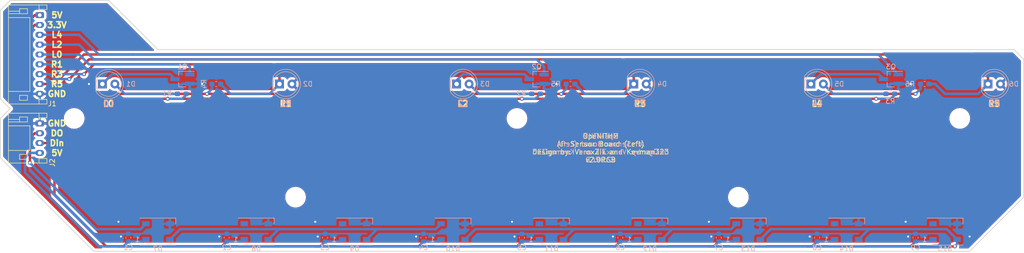
<source format=kicad_pcb>
(kicad_pcb (version 20171130) (host pcbnew "(5.1.7)-1")
  (layers (0 F.Cu signal) (31 B.Cu signal) (34 B.Paste user) (35 F.Paste user) (36 B.SilkS user) (37 F.SilkS user) (38 B.Mask user) (39 F.Mask user) (44 Edge.Cuts user))
  (net 0 "")
  (net 1 GND)
  (net 2 +3V3)
  (net 3 +5V)
  (net 4 Din)
  (net 5 "Net-(D8-Pad2)")
  (net 6 "Net-(D10-Pad4)")
  (net 7 "Net-(D10-Pad2)")
  (net 8 "Net-(D11-Pad2)")
  (net 9 "Net-(D12-Pad2)")
  (net 10 "Net-(D14-Pad2)")
  (net 11 DO)
  (net 12 RGB+5V)
  (net 13 "Net-(D9-Pad2)")
  (net 14 "Net-(D15-Pad2)")
  (net 15 "Net-(D1-Pad1)")
  (net 16 "Net-(D1-Pad2)")
  (net 17 R1)
  (net 18 "Net-(D3-Pad1)")
  (net 19 "Net-(D3-Pad2)")
  (net 20 R3)
  (net 21 "Net-(D5-Pad1)")
  (net 22 "Net-(D5-Pad2)")
  (net 23 R5)
  (net 24 L0)
  (net 25 L2)
  (net 26 L4)
  (module LED_SMD:LED_WS2812B_PLCC4_5.0x5.0mm_P3.2mm (layer B.Cu) (at 220 135)
    (fp_text reference D14 (at 0 3.5) (layer B.SilkS) (effects (justify mirror)))
    (fp_text value WS2812B)
    (fp_line (start 3.65 -2.75) (end 3.65 -1.6) (layer B.SilkS) (width 0.12))
    (fp_line (start -3.65 -2.75) (end 3.65 -2.75) (layer B.SilkS) (width 0.12))
    (fp_line (start -3.65 2.75) (end 3.65 2.75) (layer B.SilkS) (width 0.12))
    (fp_text user 1 (at -4.15 1.6) (layer B.SilkS) (effects (justify mirror)))
    (pad 3 smd rect (at 2.45 -1.6) (size 1.5 1) (layers B.Cu B.Paste B.Mask) (net 1 GND))
    (pad 4 smd rect (at 2.45 1.6) (size 1.5 1) (layers B.Cu B.Paste B.Mask) (net 4 Din))
    (pad 2 smd rect (at -2.45 -1.6) (size 1.5 1) (layers B.Cu B.Paste B.Mask) (net 10 "Net-(D14-Pad2)"))
    (pad 1 smd rect (at -2.45 1.6) (size 1.5 1) (layers B.Cu B.Paste B.Mask) (net 12 RGB+5V))
  )
  (module Connector_JST:JST_PH_S4B-PH-K_1x04_P2.00mm_Horizontal (layer F.Cu) (at 56 113 270)
    (fp_text reference J2 (at 8 -2.55 270) (layer F.SilkS))
    (fp_text value Conn_01x04)
    (fp_line (start -0.86 0.14) (end -1.14 0.14) (layer F.SilkS) (width 0.12))
    (fp_line (start -1.14 0.14) (end -1.14 -1.46) (layer F.SilkS) (width 0.12))
    (fp_line (start -1.14 -1.46) (end -2.06 -1.46) (layer F.SilkS) (width 0.12))
    (fp_line (start -2.06 -1.46) (end -2.06 6.36) (layer F.SilkS) (width 0.12))
    (fp_line (start -2.06 6.36) (end 8.06 6.36) (layer F.SilkS) (width 0.12))
    (fp_line (start 8.06 6.36) (end 8.06 -1.46) (layer F.SilkS) (width 0.12))
    (fp_line (start 8.06 -1.46) (end 7.14 -1.46) (layer F.SilkS) (width 0.12))
    (fp_line (start 7.14 -1.46) (end 7.14 0.14) (layer F.SilkS) (width 0.12))
    (fp_line (start 7.14 0.14) (end 6.86 0.14) (layer F.SilkS) (width 0.12))
    (fp_line (start 0.5 6.36) (end 0.5 2) (layer F.SilkS) (width 0.12))
    (fp_line (start 0.5 2) (end 5.5 2) (layer F.SilkS) (width 0.12))
    (fp_line (start 5.5 2) (end 5.5 6.36) (layer F.SilkS) (width 0.12))
    (fp_line (start -2.06 0.14) (end -1.14 0.14) (layer F.SilkS) (width 0.12))
    (fp_line (start 8.06 0.14) (end 7.14 0.14) (layer F.SilkS) (width 0.12))
    (fp_line (start -1.3 2.5) (end -1.3 4.1) (layer F.SilkS) (width 0.12))
    (fp_line (start -1.3 4.1) (end -0.3 4.1) (layer F.SilkS) (width 0.12))
    (fp_line (start -0.3 4.1) (end -0.3 2.5) (layer F.SilkS) (width 0.12))
    (fp_line (start -0.3 2.5) (end -1.3 2.5) (layer F.SilkS) (width 0.12))
    (fp_line (start 7.3 2.5) (end 7.3 4.1) (layer F.SilkS) (width 0.12))
    (fp_line (start 7.3 4.1) (end 6.3 4.1) (layer F.SilkS) (width 0.12))
    (fp_line (start 6.3 4.1) (end 6.3 2.5) (layer F.SilkS) (width 0.12))
    (fp_line (start 6.3 2.5) (end 7.3 2.5) (layer F.SilkS) (width 0.12))
    (fp_line (start -0.3 4.1) (end -0.3 6.36) (layer F.SilkS) (width 0.12))
    (fp_line (start -0.8 4.1) (end -0.8 6.36) (layer F.SilkS) (width 0.12))
    (fp_line (start -0.86 0.14) (end -0.86 -1.075) (layer F.SilkS) (width 0.12))
    (pad 4 thru_hole oval (at 6 0 270) (size 1.2 1.75) (drill 0.75) (layers *.Cu *.Mask) (net 12 RGB+5V))
    (pad 3 thru_hole oval (at 4 0 270) (size 1.2 1.75) (drill 0.75) (layers *.Cu *.Mask) (net 4 Din))
    (pad 2 thru_hole oval (at 2 0 270) (size 1.2 1.75) (drill 0.75) (layers *.Cu *.Mask) (net 11 DO))
    (pad 1 thru_hole roundrect (at 0 0 270) (size 1.2 1.75) (drill 0.75) (layers *.Cu *.Mask) (roundrect_rratio 0.208333) (net 1 GND))
  )
  (module MountingHole:MountingHole_3.2mm_M3_ISO14580 (layer F.Cu) (at 198 128)
    (fp_text reference MH4 hide)
    (fp_text value MountingHole)
    (pad 1 np_thru_hole circle (at 0 0) (size 3.2 3.2) (drill 3.2) (layers *.Cu *.Mask))
  )
  (module MountingHole:MountingHole_3.2mm_M3_ISO14580 (layer F.Cu) (at 108 128)
    (fp_text reference MH2 hide)
    (fp_text value MountingHole)
    (pad 1 np_thru_hole circle (at 0 0) (size 3.2 3.2) (drill 3.2) (layers *.Cu *.Mask))
  )
  (module MountingHole:MountingHole_3.2mm_M3_ISO14580 (layer F.Cu) (at 243 112)
    (fp_text reference MH5 hide)
    (fp_text value MountingHole)
    (pad 1 np_thru_hole circle (at 0 0) (size 3.2 3.2) (drill 3.2) (layers *.Cu *.Mask))
  )
  (module Capacitor_SMD:C_0603_1608Metric (layer B.Cu) (at 234 136.225 90)
    (fp_text reference C9 (at -2 0 180) (layer B.SilkS) (effects (justify mirror)))
    (fp_text value 100nF)
    (fp_line (start -0.14058 0.51) (end 0.14058 0.51) (layer B.SilkS) (width 0.12))
    (fp_line (start -0.14058 -0.51) (end 0.14058 -0.51) (layer B.SilkS) (width 0.12))
    (pad 1 smd roundrect (at -0.775 0 90) (size 0.9 0.95) (layers B.Cu B.Paste B.Mask) (net 12 RGB+5V))
    (pad 2 smd roundrect (at 0.775 0 90) (size 0.9 0.95) (layers B.Cu B.Paste B.Mask) (net 1 GND))
  )
  (module Capacitor_SMD:C_0603_1608Metric (layer B.Cu) (at 214 136.225 90)
    (fp_text reference C8 (at -2 0 180) (layer B.SilkS) (effects (justify mirror)))
    (fp_text value 100nF)
    (fp_line (start -0.14058 -0.51) (end 0.14058 -0.51) (layer B.SilkS) (width 0.12))
    (fp_line (start -0.14058 0.51) (end 0.14058 0.51) (layer B.SilkS) (width 0.12))
    (pad 2 smd roundrect (at 0.775 0 90) (size 0.9 0.95) (layers B.Cu B.Paste B.Mask) (net 1 GND))
    (pad 1 smd roundrect (at -0.775 0 90) (size 0.9 0.95) (layers B.Cu B.Paste B.Mask) (net 12 RGB+5V))
  )
  (module Capacitor_SMD:C_0603_1608Metric (layer B.Cu) (at 194 136.225 90)
    (fp_text reference C7 (at -2 0 180) (layer B.SilkS) (effects (justify mirror)))
    (fp_text value 100nF)
    (fp_line (start -0.14058 0.51) (end 0.14058 0.51) (layer B.SilkS) (width 0.12))
    (fp_line (start -0.14058 -0.51) (end 0.14058 -0.51) (layer B.SilkS) (width 0.12))
    (pad 1 smd roundrect (at -0.775 0 90) (size 0.9 0.95) (layers B.Cu B.Paste B.Mask) (net 12 RGB+5V))
    (pad 2 smd roundrect (at 0.775 0 90) (size 0.9 0.95) (layers B.Cu B.Paste B.Mask) (net 1 GND))
  )
  (module Capacitor_SMD:C_0603_1608Metric (layer B.Cu) (at 174 136.225 90)
    (fp_text reference C6 (at -2 0 180) (layer B.SilkS) (effects (justify mirror)))
    (fp_text value 100nF)
    (fp_line (start -0.14058 0.51) (end 0.14058 0.51) (layer B.SilkS) (width 0.12))
    (fp_line (start -0.14058 -0.51) (end 0.14058 -0.51) (layer B.SilkS) (width 0.12))
    (pad 1 smd roundrect (at -0.775 0 90) (size 0.9 0.95) (layers B.Cu B.Paste B.Mask) (net 12 RGB+5V))
    (pad 2 smd roundrect (at 0.775 0 90) (size 0.9 0.95) (layers B.Cu B.Paste B.Mask) (net 1 GND))
  )
  (module Capacitor_SMD:C_0603_1608Metric (layer B.Cu) (at 154 136.225 90)
    (fp_text reference C5 (at -2 0 180) (layer B.SilkS) (effects (justify mirror)))
    (fp_text value 100nF)
    (fp_line (start -0.14058 0.51) (end 0.14058 0.51) (layer B.SilkS) (width 0.12))
    (fp_line (start -0.14058 -0.51) (end 0.14058 -0.51) (layer B.SilkS) (width 0.12))
    (pad 1 smd roundrect (at -0.775 0 90) (size 0.9 0.95) (layers B.Cu B.Paste B.Mask) (net 12 RGB+5V))
    (pad 2 smd roundrect (at 0.775 0 90) (size 0.9 0.95) (layers B.Cu B.Paste B.Mask) (net 1 GND))
  )
  (module Capacitor_SMD:C_0603_1608Metric (layer B.Cu) (at 134 136.225 90)
    (fp_text reference C4 (at -2 0 180) (layer B.SilkS) (effects (justify mirror)))
    (fp_text value 100nF)
    (fp_line (start -0.14058 0.51) (end 0.14058 0.51) (layer B.SilkS) (width 0.12))
    (fp_line (start -0.14058 -0.51) (end 0.14058 -0.51) (layer B.SilkS) (width 0.12))
    (pad 1 smd roundrect (at -0.775 0 90) (size 0.9 0.95) (layers B.Cu B.Paste B.Mask) (net 12 RGB+5V))
    (pad 2 smd roundrect (at 0.775 0 90) (size 0.9 0.95) (layers B.Cu B.Paste B.Mask) (net 1 GND))
  )
  (module Capacitor_SMD:C_0603_1608Metric (layer B.Cu) (at 114 136.225 90)
    (fp_text reference C3 (at -2 0) (layer B.SilkS) (effects (justify mirror)))
    (fp_text value 100nF)
    (fp_line (start -0.14058 0.51) (end 0.14058 0.51) (layer B.SilkS) (width 0.12))
    (fp_line (start -0.14058 -0.51) (end 0.14058 -0.51) (layer B.SilkS) (width 0.12))
    (pad 1 smd roundrect (at -0.775 0 90) (size 0.9 0.95) (layers B.Cu B.Paste B.Mask) (net 12 RGB+5V))
    (pad 2 smd roundrect (at 0.775 0 90) (size 0.9 0.95) (layers B.Cu B.Paste B.Mask) (net 1 GND))
  )
  (module Capacitor_SMD:C_0603_1608Metric (layer B.Cu) (at 94 136.225 90)
    (fp_text reference C2 (at -2 0 180) (layer B.SilkS) (effects (justify mirror)))
    (fp_text value 100nF)
    (fp_line (start -0.14058 -0.51) (end 0.14058 -0.51) (layer B.SilkS) (width 0.12))
    (fp_line (start -0.14058 0.51) (end 0.14058 0.51) (layer B.SilkS) (width 0.12))
    (pad 2 smd roundrect (at 0.775 0 90) (size 0.9 0.95) (layers B.Cu B.Paste B.Mask) (net 1 GND))
    (pad 1 smd roundrect (at -0.775 0 90) (size 0.9 0.95) (layers B.Cu B.Paste B.Mask) (net 12 RGB+5V))
  )
  (module Capacitor_SMD:C_0603_1608Metric (layer B.Cu) (at 74 136.225 90)
    (fp_text reference C1 (at -2 0 180) (layer B.SilkS) (effects (justify mirror)))
    (fp_text value 100nF)
    (fp_line (start -0.14058 0.51) (end 0.14058 0.51) (layer B.SilkS) (width 0.12))
    (fp_line (start -0.14058 -0.51) (end 0.14058 -0.51) (layer B.SilkS) (width 0.12))
    (pad 1 smd roundrect (at -0.775 0 90) (size 0.9 0.95) (layers B.Cu B.Paste B.Mask) (net 12 RGB+5V))
    (pad 2 smd roundrect (at 0.775 0 90) (size 0.9 0.95) (layers B.Cu B.Paste B.Mask) (net 1 GND))
  )
  (module LED_SMD:LED_WS2812B_PLCC4_5.0x5.0mm_P3.2mm (layer B.Cu) (at 80 135)
    (fp_text reference D7 (at 0 3.5) (layer B.SilkS) (effects (justify mirror)))
    (fp_text value WS2812B)
    (fp_line (start -3.65 2.75) (end 3.65 2.75) (layer B.SilkS) (width 0.12))
    (fp_line (start -3.65 -2.75) (end 3.65 -2.75) (layer B.SilkS) (width 0.12))
    (fp_line (start 3.65 -2.75) (end 3.65 -1.6) (layer B.SilkS) (width 0.12))
    (fp_text user 1 (at -4.15 1.6) (layer B.SilkS) (effects (justify mirror)))
    (pad 1 smd rect (at -2.45 1.6) (size 1.5 1) (layers B.Cu B.Paste B.Mask) (net 12 RGB+5V))
    (pad 2 smd rect (at -2.45 -1.6) (size 1.5 1) (layers B.Cu B.Paste B.Mask) (net 11 DO))
    (pad 4 smd rect (at 2.45 1.6) (size 1.5 1) (layers B.Cu B.Paste B.Mask) (net 7 "Net-(D10-Pad2)"))
    (pad 3 smd rect (at 2.45 -1.6) (size 1.5 1) (layers B.Cu B.Paste B.Mask) (net 1 GND))
  )
  (module LED_SMD:LED_WS2812B_PLCC4_5.0x5.0mm_P3.2mm (layer B.Cu) (at 100 135)
    (fp_text reference D8 (at 0 3.5) (layer B.SilkS) (effects (justify mirror)))
    (fp_text value WS2812B)
    (fp_line (start 3.65 -2.75) (end 3.65 -1.6) (layer B.SilkS) (width 0.12))
    (fp_line (start -3.65 -2.75) (end 3.65 -2.75) (layer B.SilkS) (width 0.12))
    (fp_line (start -3.65 2.75) (end 3.65 2.75) (layer B.SilkS) (width 0.12))
    (fp_text user 1 (at -4.15 1.6) (layer B.SilkS) (effects (justify mirror)))
    (pad 3 smd rect (at 2.45 -1.6) (size 1.5 1) (layers B.Cu B.Paste B.Mask) (net 1 GND))
    (pad 4 smd rect (at 2.45 1.6) (size 1.5 1) (layers B.Cu B.Paste B.Mask) (net 7 "Net-(D10-Pad2)"))
    (pad 2 smd rect (at -2.45 -1.6) (size 1.5 1) (layers B.Cu B.Paste B.Mask) (net 5 "Net-(D8-Pad2)"))
    (pad 1 smd rect (at -2.45 1.6) (size 1.5 1) (layers B.Cu B.Paste B.Mask) (net 12 RGB+5V))
  )
  (module LED_SMD:LED_WS2812B_PLCC4_5.0x5.0mm_P3.2mm (layer B.Cu) (at 120 135)
    (fp_text reference D9 (at 0 3.5) (layer B.SilkS) (effects (justify mirror)))
    (fp_text value WS2812B)
    (fp_line (start 3.65 -2.75) (end 3.65 -1.6) (layer B.SilkS) (width 0.12))
    (fp_line (start -3.65 -2.75) (end 3.65 -2.75) (layer B.SilkS) (width 0.12))
    (fp_line (start -3.65 2.75) (end 3.65 2.75) (layer B.SilkS) (width 0.12))
    (fp_text user 1 (at -4.15 1.6) (layer B.SilkS) (effects (justify mirror)))
    (pad 3 smd rect (at 2.45 -1.6) (size 1.5 1) (layers B.Cu B.Paste B.Mask) (net 1 GND))
    (pad 4 smd rect (at 2.45 1.6) (size 1.5 1) (layers B.Cu B.Paste B.Mask) (net 7 "Net-(D10-Pad2)"))
    (pad 2 smd rect (at -2.45 -1.6) (size 1.5 1) (layers B.Cu B.Paste B.Mask) (net 13 "Net-(D9-Pad2)"))
    (pad 1 smd rect (at -2.45 1.6) (size 1.5 1) (layers B.Cu B.Paste B.Mask) (net 12 RGB+5V))
  )
  (module LED_SMD:LED_WS2812B_PLCC4_5.0x5.0mm_P3.2mm (layer B.Cu) (at 140 135)
    (fp_text reference D10 (at 0 3.5) (layer B.SilkS) (effects (justify mirror)))
    (fp_text value WS2812B)
    (fp_line (start 3.65 -2.75) (end 3.65 -1.6) (layer B.SilkS) (width 0.12))
    (fp_line (start -3.65 -2.75) (end 3.65 -2.75) (layer B.SilkS) (width 0.12))
    (fp_line (start -3.65 2.75) (end 3.65 2.75) (layer B.SilkS) (width 0.12))
    (fp_text user 1 (at -4.15 1.6) (layer B.SilkS) (effects (justify mirror)))
    (pad 3 smd rect (at 2.45 -1.6) (size 1.5 1) (layers B.Cu B.Paste B.Mask) (net 1 GND))
    (pad 4 smd rect (at 2.45 1.6) (size 1.5 1) (layers B.Cu B.Paste B.Mask) (net 6 "Net-(D10-Pad4)"))
    (pad 2 smd rect (at -2.45 -1.6) (size 1.5 1) (layers B.Cu B.Paste B.Mask) (net 7 "Net-(D10-Pad2)"))
    (pad 1 smd rect (at -2.45 1.6) (size 1.5 1) (layers B.Cu B.Paste B.Mask) (net 12 RGB+5V))
  )
  (module LED_SMD:LED_WS2812B_PLCC4_5.0x5.0mm_P3.2mm (layer B.Cu) (at 240 135)
    (fp_text reference D15 (at 0 3.5) (layer B.SilkS) (effects (justify mirror)))
    (fp_text value WS2812B)
    (fp_line (start -3.65 2.75) (end 3.65 2.75) (layer B.SilkS) (width 0.12))
    (fp_line (start -3.65 -2.75) (end 3.65 -2.75) (layer B.SilkS) (width 0.12))
    (fp_line (start 3.65 -2.75) (end 3.65 -1.6) (layer B.SilkS) (width 0.12))
    (fp_text user 1 (at -4.15 1.6) (layer B.SilkS) (effects (justify mirror)))
    (pad 1 smd rect (at -2.45 1.6) (size 1.5 1) (layers B.Cu B.Paste B.Mask) (net 12 RGB+5V))
    (pad 2 smd rect (at -2.45 -1.6) (size 1.5 1) (layers B.Cu B.Paste B.Mask) (net 14 "Net-(D15-Pad2)"))
    (pad 4 smd rect (at 2.45 1.6) (size 1.5 1) (layers B.Cu B.Paste B.Mask) (net 4 Din))
    (pad 3 smd rect (at 2.45 -1.6) (size 1.5 1) (layers B.Cu B.Paste B.Mask) (net 1 GND))
  )
  (module LED_SMD:LED_WS2812B_PLCC4_5.0x5.0mm_P3.2mm (layer B.Cu) (at 200 135)
    (fp_text reference D13 (at 0 3.5) (layer B.SilkS) (effects (justify mirror)))
    (fp_text value WS2812B)
    (fp_line (start 3.65 -2.75) (end 3.65 -1.6) (layer B.SilkS) (width 0.12))
    (fp_line (start -3.65 -2.75) (end 3.65 -2.75) (layer B.SilkS) (width 0.12))
    (fp_line (start -3.65 2.75) (end 3.65 2.75) (layer B.SilkS) (width 0.12))
    (fp_text user 1 (at -4.15 1.6) (layer B.SilkS) (effects (justify mirror)))
    (pad 3 smd rect (at 2.45 -1.6) (size 1.5 1) (layers B.Cu B.Paste B.Mask) (net 1 GND))
    (pad 4 smd rect (at 2.45 1.6) (size 1.5 1) (layers B.Cu B.Paste B.Mask) (net 4 Din))
    (pad 2 smd rect (at -2.45 -1.6) (size 1.5 1) (layers B.Cu B.Paste B.Mask) (net 6 "Net-(D10-Pad4)"))
    (pad 1 smd rect (at -2.45 1.6) (size 1.5 1) (layers B.Cu B.Paste B.Mask) (net 12 RGB+5V))
  )
  (module LED_SMD:LED_WS2812B_PLCC4_5.0x5.0mm_P3.2mm (layer B.Cu) (at 180 135)
    (fp_text reference D12 (at 0 3.5) (layer B.SilkS) (effects (justify mirror)))
    (fp_text value WS2812B)
    (fp_line (start 3.65 -2.75) (end 3.65 -1.6) (layer B.SilkS) (width 0.12))
    (fp_line (start -3.65 -2.75) (end 3.65 -2.75) (layer B.SilkS) (width 0.12))
    (fp_line (start -3.65 2.75) (end 3.65 2.75) (layer B.SilkS) (width 0.12))
    (fp_text user 1 (at -4.15 1.6) (layer B.SilkS) (effects (justify mirror)))
    (pad 3 smd rect (at 2.45 -1.6) (size 1.5 1) (layers B.Cu B.Paste B.Mask) (net 1 GND))
    (pad 4 smd rect (at 2.45 1.6) (size 1.5 1) (layers B.Cu B.Paste B.Mask) (net 6 "Net-(D10-Pad4)"))
    (pad 2 smd rect (at -2.45 -1.6) (size 1.5 1) (layers B.Cu B.Paste B.Mask) (net 9 "Net-(D12-Pad2)"))
    (pad 1 smd rect (at -2.45 1.6) (size 1.5 1) (layers B.Cu B.Paste B.Mask) (net 12 RGB+5V))
  )
  (module LED_SMD:LED_WS2812B_PLCC4_5.0x5.0mm_P3.2mm (layer B.Cu) (at 160 135)
    (fp_text reference D11 (at 0 3.5) (layer B.SilkS) (effects (justify mirror)))
    (fp_text value WS2812B)
    (fp_line (start -3.65 2.75) (end 3.65 2.75) (layer B.SilkS) (width 0.12))
    (fp_line (start -3.65 -2.75) (end 3.65 -2.75) (layer B.SilkS) (width 0.12))
    (fp_line (start 3.65 -2.75) (end 3.65 -1.6) (layer B.SilkS) (width 0.12))
    (fp_text user 1 (at -4.15 1.6) (layer B.SilkS) (effects (justify mirror)))
    (pad 1 smd rect (at -2.45 1.6) (size 1.5 1) (layers B.Cu B.Paste B.Mask) (net 12 RGB+5V))
    (pad 2 smd rect (at -2.45 -1.6) (size 1.5 1) (layers B.Cu B.Paste B.Mask) (net 8 "Net-(D11-Pad2)"))
    (pad 4 smd rect (at 2.45 1.6) (size 1.5 1) (layers B.Cu B.Paste B.Mask) (net 6 "Net-(D10-Pad4)"))
    (pad 3 smd rect (at 2.45 -1.6) (size 1.5 1) (layers B.Cu B.Paste B.Mask) (net 1 GND))
  )
  (module Resistor_SMD:R_0603_1608Metric_Pad1.05x0.95mm_HandSolder (layer B.Cu) (at 235.875 105)
    (fp_text reference R6 (at -3 0) (layer B.SilkS) (effects (justify mirror)))
    (fp_text value 10k)
    (fp_line (start -0.171267 -0.51) (end 0.171267 -0.51) (layer B.SilkS) (width 0.12))
    (fp_line (start -0.171267 0.51) (end 0.171267 0.51) (layer B.SilkS) (width 0.12))
    (pad 1 smd roundrect (at -0.875 0) (size 1.05 0.95) (layers B.Cu B.Paste B.Mask) (net 2 +3V3))
    (pad 2 smd roundrect (at 0.875 0) (size 1.05 0.95) (layers B.Cu B.Paste B.Mask) (net 23 R5))
  )
  (module Resistor_SMD:R_0603_1608Metric_Pad1.05x0.95mm_HandSolder (layer B.Cu) (at 163.875 105)
    (fp_text reference R5 (at -3 0) (layer B.SilkS) (effects (justify mirror)))
    (fp_text value 10k)
    (fp_line (start -0.171267 -0.51) (end 0.171267 -0.51) (layer B.SilkS) (width 0.12))
    (fp_line (start -0.171267 0.51) (end 0.171267 0.51) (layer B.SilkS) (width 0.12))
    (pad 1 smd roundrect (at -0.875 0) (size 1.05 0.95) (layers B.Cu B.Paste B.Mask) (net 2 +3V3))
    (pad 2 smd roundrect (at 0.875 0) (size 1.05 0.95) (layers B.Cu B.Paste B.Mask) (net 20 R3))
  )
  (module Resistor_SMD:R_0603_1608Metric_Pad1.05x0.95mm_HandSolder (layer B.Cu) (at 91.875 105)
    (fp_text reference R4 (at -2.5 0 90) (layer B.SilkS) (effects (justify mirror)))
    (fp_text value 10k)
    (fp_line (start -0.171267 -0.51) (end 0.171267 -0.51) (layer B.SilkS) (width 0.12))
    (fp_line (start -0.171267 0.51) (end 0.171267 0.51) (layer B.SilkS) (width 0.12))
    (pad 1 smd roundrect (at -0.875 0) (size 1.05 0.95) (layers B.Cu B.Paste B.Mask) (net 2 +3V3))
    (pad 2 smd roundrect (at 0.875 0) (size 1.05 0.95) (layers B.Cu B.Paste B.Mask) (net 17 R1))
  )
  (module Resistor_SMD:R_0603_1608Metric_Pad1.05x0.95mm_HandSolder (layer B.Cu) (at 228.875 107 180)
    (fp_text reference R3 (at 0 -1.5) (layer B.SilkS) (effects (justify mirror)))
    (fp_text value 82)
    (fp_line (start -0.171267 -0.51) (end 0.171267 -0.51) (layer B.SilkS) (width 0.12))
    (fp_line (start -0.171267 0.51) (end 0.171267 0.51) (layer B.SilkS) (width 0.12))
    (pad 1 smd roundrect (at -0.875 0 180) (size 1.05 0.95) (layers B.Cu B.Paste B.Mask) (net 3 +5V))
    (pad 2 smd roundrect (at 0.875 0 180) (size 1.05 0.95) (layers B.Cu B.Paste B.Mask) (net 22 "Net-(D5-Pad2)"))
  )
  (module Resistor_SMD:R_0603_1608Metric_Pad1.05x0.95mm_HandSolder (layer B.Cu) (at 156.875 107 180)
    (fp_text reference R2 (at 3 0) (layer B.SilkS) (effects (justify mirror)))
    (fp_text value 82)
    (fp_line (start -0.171267 -0.51) (end 0.171267 -0.51) (layer B.SilkS) (width 0.12))
    (fp_line (start -0.171267 0.51) (end 0.171267 0.51) (layer B.SilkS) (width 0.12))
    (pad 1 smd roundrect (at -0.875 0 180) (size 1.05 0.95) (layers B.Cu B.Paste B.Mask) (net 3 +5V))
    (pad 2 smd roundrect (at 0.875 0 180) (size 1.05 0.95) (layers B.Cu B.Paste B.Mask) (net 19 "Net-(D3-Pad2)"))
  )
  (module Resistor_SMD:R_0603_1608Metric_Pad1.05x0.95mm_HandSolder (layer B.Cu) (at 84.875 107 180)
    (fp_text reference R1 (at 3 0) (layer B.SilkS) (effects (justify mirror)))
    (fp_text value 82)
    (fp_line (start -0.171267 -0.51) (end 0.171267 -0.51) (layer B.SilkS) (width 0.12))
    (fp_line (start -0.171267 0.51) (end 0.171267 0.51) (layer B.SilkS) (width 0.12))
    (pad 1 smd roundrect (at -0.875 0 180) (size 1.05 0.95) (layers B.Cu B.Paste B.Mask) (net 3 +5V))
    (pad 2 smd roundrect (at 0.875 0 180) (size 1.05 0.95) (layers B.Cu B.Paste B.Mask) (net 16 "Net-(D1-Pad2)"))
  )
  (module Package_TO_SOT_SMD:SOT-23_Handsoldering (layer B.Cu) (at 229 104 180)
    (fp_text reference Q3 (at 0 2.5 180) (layer B.SilkS) (effects (justify mirror)))
    (fp_text value 2N7002)
    (fp_line (start 0.76 -1.58) (end 0.76 -0.65) (layer B.SilkS) (width 0.12))
    (fp_line (start 0.76 1.58) (end 0.76 0.65) (layer B.SilkS) (width 0.12))
    (fp_line (start 0.76 1.58) (end -2.4 1.58) (layer B.SilkS) (width 0.12))
    (fp_line (start 0.76 -1.58) (end -0.7 -1.58) (layer B.SilkS) (width 0.12))
    (pad 3 smd rect (at 1.5 0 180) (size 1.9 0.8) (layers B.Cu B.Paste B.Mask) (net 21 "Net-(D5-Pad1)"))
    (pad 2 smd rect (at -1.5 -0.95 180) (size 1.9 0.8) (layers B.Cu B.Paste B.Mask) (net 1 GND))
    (pad 1 smd rect (at -1.5 0.95 180) (size 1.9 0.8) (layers B.Cu B.Paste B.Mask) (net 26 L4))
  )
  (module Package_TO_SOT_SMD:SOT-23_Handsoldering (layer B.Cu) (at 157 104 180)
    (fp_text reference Q2 (at 0 2.5 180) (layer B.SilkS) (effects (justify mirror)))
    (fp_text value 2N7002)
    (fp_line (start 0.76 -1.58) (end -0.7 -1.58) (layer B.SilkS) (width 0.12))
    (fp_line (start 0.76 1.58) (end -2.4 1.58) (layer B.SilkS) (width 0.12))
    (fp_line (start 0.76 1.58) (end 0.76 0.65) (layer B.SilkS) (width 0.12))
    (fp_line (start 0.76 -1.58) (end 0.76 -0.65) (layer B.SilkS) (width 0.12))
    (pad 1 smd rect (at -1.5 0.95 180) (size 1.9 0.8) (layers B.Cu B.Paste B.Mask) (net 25 L2))
    (pad 2 smd rect (at -1.5 -0.95 180) (size 1.9 0.8) (layers B.Cu B.Paste B.Mask) (net 1 GND))
    (pad 3 smd rect (at 1.5 0 180) (size 1.9 0.8) (layers B.Cu B.Paste B.Mask) (net 18 "Net-(D3-Pad1)"))
  )
  (module Package_TO_SOT_SMD:SOT-23_Handsoldering (layer B.Cu) (at 85 104 180)
    (fp_text reference Q1 (at 0 2.5 180) (layer B.SilkS) (effects (justify mirror)))
    (fp_text value 2N7002)
    (fp_line (start 0.76 -1.58) (end 0.76 -0.65) (layer B.SilkS) (width 0.12))
    (fp_line (start 0.76 1.58) (end 0.76 0.65) (layer B.SilkS) (width 0.12))
    (fp_line (start 0.76 1.58) (end -2.4 1.58) (layer B.SilkS) (width 0.12))
    (fp_line (start 0.76 -1.58) (end -0.7 -1.58) (layer B.SilkS) (width 0.12))
    (pad 3 smd rect (at 1.5 0 180) (size 1.9 0.8) (layers B.Cu B.Paste B.Mask) (net 15 "Net-(D1-Pad1)"))
    (pad 2 smd rect (at -1.5 -0.95 180) (size 1.9 0.8) (layers B.Cu B.Paste B.Mask) (net 1 GND))
    (pad 1 smd rect (at -1.5 0.95 180) (size 1.9 0.8) (layers B.Cu B.Paste B.Mask) (net 24 L0))
  )
  (module AirSensor_Local:LED_D5.0mm (layer B.Cu) (at 178 105)
    (fp_text reference D4 (at 4.5 0) (layer B.SilkS) (effects (justify mirror)))
    (fp_text value "IR Photodiode")
    (fp_circle (center 0 0) (end 2.5 0) (layer B.SilkS) (width 0.12))
    (fp_line (start -2.56 1.545) (end -2.56 -1.545) (layer B.SilkS) (width 0.12))
    (fp_arc (start 0 0) (end -2.56 1.54483) (angle -148.9) (layer B.SilkS) (width 0.12))
    (fp_arc (start 0 0) (end -2.56 -1.54483) (angle 148.9) (layer B.SilkS) (width 0.12))
    (pad 1 thru_hole rect (at -1.27 0) (size 1.8 1.8) (drill 0.9) (layers *.Cu *.Mask) (net 20 R3))
    (pad 2 thru_hole circle (at 1.27 0) (size 1.8 1.8) (drill 0.9) (layers *.Cu *.Mask) (net 1 GND))
  )
  (module AirSensor_Local:LED_D5.0mm (layer B.Cu) (at 250 105)
    (fp_text reference D6 (at 4 0) (layer B.SilkS) (effects (justify mirror)))
    (fp_text value "IR Photodiode")
    (fp_circle (center 0 0) (end 2.5 0) (layer B.SilkS) (width 0.12))
    (fp_line (start -2.56 1.545) (end -2.56 -1.545) (layer B.SilkS) (width 0.12))
    (fp_arc (start 0 0) (end -2.56 1.54483) (angle -148.9) (layer B.SilkS) (width 0.12))
    (fp_arc (start 0 0) (end -2.56 -1.54483) (angle 148.9) (layer B.SilkS) (width 0.12))
    (pad 1 thru_hole rect (at -1.27 0) (size 1.8 1.8) (drill 0.9) (layers *.Cu *.Mask) (net 23 R5))
    (pad 2 thru_hole circle (at 1.27 0) (size 1.8 1.8) (drill 0.9) (layers *.Cu *.Mask) (net 1 GND))
  )
  (module AirSensor_Local:LED_D5.0mm (layer B.Cu) (at 214 105)
    (fp_text reference D5 (at 4.5 0) (layer B.SilkS) (effects (justify mirror)))
    (fp_text value "IR LED")
    (fp_circle (center 0 0) (end 2.5 0) (layer B.SilkS) (width 0.12))
    (fp_line (start -2.56 1.545) (end -2.56 -1.545) (layer B.SilkS) (width 0.12))
    (fp_arc (start 0 0) (end -2.56 1.54483) (angle -148.9) (layer B.SilkS) (width 0.12))
    (fp_arc (start 0 0) (end -2.56 -1.54483) (angle 148.9) (layer B.SilkS) (width 0.12))
    (pad 1 thru_hole rect (at -1.27 0) (size 1.8 1.8) (drill 0.9) (layers *.Cu *.Mask) (net 21 "Net-(D5-Pad1)"))
    (pad 2 thru_hole circle (at 1.27 0) (size 1.8 1.8) (drill 0.9) (layers *.Cu *.Mask) (net 22 "Net-(D5-Pad2)"))
  )
  (module AirSensor_Local:LED_D5.0mm (layer B.Cu) (at 142 105)
    (fp_text reference D3 (at 4.5 0) (layer B.SilkS) (effects (justify mirror)))
    (fp_text value "IR LED")
    (fp_circle (center 0 0) (end 2.5 0) (layer B.SilkS) (width 0.12))
    (fp_line (start -2.56 1.545) (end -2.56 -1.545) (layer B.SilkS) (width 0.12))
    (fp_arc (start 0 0) (end -2.56 1.54483) (angle -148.9) (layer B.SilkS) (width 0.12))
    (fp_arc (start 0 0) (end -2.56 -1.54483) (angle 148.9) (layer B.SilkS) (width 0.12))
    (pad 1 thru_hole rect (at -1.27 0) (size 1.8 1.8) (drill 0.9) (layers *.Cu *.Mask) (net 18 "Net-(D3-Pad1)"))
    (pad 2 thru_hole circle (at 1.27 0) (size 1.8 1.8) (drill 0.9) (layers *.Cu *.Mask) (net 19 "Net-(D3-Pad2)"))
  )
  (module AirSensor_Local:LED_D5.0mm (layer B.Cu) (at 106 105)
    (fp_text reference D2 (at 4.5 0) (layer B.SilkS) (effects (justify mirror)))
    (fp_text value "IR Photodiode")
    (fp_circle (center 0 0) (end 2.5 0) (layer B.SilkS) (width 0.12))
    (fp_line (start -2.56 1.545) (end -2.56 -1.545) (layer B.SilkS) (width 0.12))
    (fp_arc (start 0 0) (end -2.56 1.54483) (angle -148.9) (layer B.SilkS) (width 0.12))
    (fp_arc (start 0 0) (end -2.56 -1.54483) (angle 148.9) (layer B.SilkS) (width 0.12))
    (pad 1 thru_hole rect (at -1.27 0) (size 1.8 1.8) (drill 0.9) (layers *.Cu *.Mask) (net 17 R1))
    (pad 2 thru_hole circle (at 1.27 0) (size 1.8 1.8) (drill 0.9) (layers *.Cu *.Mask) (net 1 GND))
  )
  (module AirSensor_Local:LED_D5.0mm (layer B.Cu) (at 70 105)
    (fp_text reference D1 (at 4.5 0) (layer B.SilkS) (effects (justify mirror)))
    (fp_text value "IR LED")
    (fp_circle (center 0 0) (end 2.5 0) (layer B.SilkS) (width 0.12))
    (fp_line (start -2.56 1.545) (end -2.56 -1.545) (layer B.SilkS) (width 0.12))
    (fp_arc (start 0 0) (end -2.56 1.54483) (angle -148.9) (layer B.SilkS) (width 0.12))
    (fp_arc (start 0 0) (end -2.56 -1.54483) (angle 148.9) (layer B.SilkS) (width 0.12))
    (pad 1 thru_hole rect (at -1.27 0) (size 1.8 1.8) (drill 0.9) (layers *.Cu *.Mask) (net 15 "Net-(D1-Pad1)"))
    (pad 2 thru_hole circle (at 1.27 0) (size 1.8 1.8) (drill 0.9) (layers *.Cu *.Mask) (net 16 "Net-(D1-Pad2)"))
  )
  (module Connector_JST:JST_PH_S9B-PH-K_1x09_P2.00mm_Horizontal (layer F.Cu) (at 56 91 270)
    (fp_text reference J1 (at 18 -2.55) (layer F.SilkS))
    (fp_text value "JST PH R/A")
    (fp_line (start -0.86 0.14) (end -0.86 -1.075) (layer F.SilkS) (width 0.12))
    (fp_line (start -0.8 4.1) (end -0.8 6.36) (layer F.SilkS) (width 0.12))
    (fp_line (start -0.3 4.1) (end -0.3 6.36) (layer F.SilkS) (width 0.12))
    (fp_line (start 16.3 2.5) (end 17.3 2.5) (layer F.SilkS) (width 0.12))
    (fp_line (start 16.3 4.1) (end 16.3 2.5) (layer F.SilkS) (width 0.12))
    (fp_line (start 17.3 4.1) (end 16.3 4.1) (layer F.SilkS) (width 0.12))
    (fp_line (start 17.3 2.5) (end 17.3 4.1) (layer F.SilkS) (width 0.12))
    (fp_line (start -0.3 2.5) (end -1.3 2.5) (layer F.SilkS) (width 0.12))
    (fp_line (start -0.3 4.1) (end -0.3 2.5) (layer F.SilkS) (width 0.12))
    (fp_line (start -1.3 4.1) (end -0.3 4.1) (layer F.SilkS) (width 0.12))
    (fp_line (start -1.3 2.5) (end -1.3 4.1) (layer F.SilkS) (width 0.12))
    (fp_line (start 18.06 0.14) (end 17.14 0.14) (layer F.SilkS) (width 0.12))
    (fp_line (start -2.06 0.14) (end -1.14 0.14) (layer F.SilkS) (width 0.12))
    (fp_line (start 15.5 2) (end 15.5 6.36) (layer F.SilkS) (width 0.12))
    (fp_line (start 0.5 2) (end 15.5 2) (layer F.SilkS) (width 0.12))
    (fp_line (start 0.5 6.36) (end 0.5 2) (layer F.SilkS) (width 0.12))
    (fp_line (start 17.14 0.14) (end 16.86 0.14) (layer F.SilkS) (width 0.12))
    (fp_line (start 17.14 -1.46) (end 17.14 0.14) (layer F.SilkS) (width 0.12))
    (fp_line (start 18.06 -1.46) (end 17.14 -1.46) (layer F.SilkS) (width 0.12))
    (fp_line (start 18.06 6.36) (end 18.06 -1.46) (layer F.SilkS) (width 0.12))
    (fp_line (start -2.06 6.36) (end 18.06 6.36) (layer F.SilkS) (width 0.12))
    (fp_line (start -2.06 -1.46) (end -2.06 6.36) (layer F.SilkS) (width 0.12))
    (fp_line (start -1.14 -1.46) (end -2.06 -1.46) (layer F.SilkS) (width 0.12))
    (fp_line (start -1.14 0.14) (end -1.14 -1.46) (layer F.SilkS) (width 0.12))
    (fp_line (start -0.86 0.14) (end -1.14 0.14) (layer F.SilkS) (width 0.12))
    (pad 9 thru_hole oval (at 16 0 270) (size 1.2 1.75) (drill 0.75) (layers *.Cu *.Mask) (net 1 GND))
    (pad 8 thru_hole oval (at 14 0 270) (size 1.2 1.75) (drill 0.75) (layers *.Cu *.Mask) (net 23 R5))
    (pad 7 thru_hole oval (at 12 0 270) (size 1.2 1.75) (drill 0.75) (layers *.Cu *.Mask) (net 20 R3))
    (pad 6 thru_hole oval (at 10 0 270) (size 1.2 1.75) (drill 0.75) (layers *.Cu *.Mask) (net 17 R1))
    (pad 5 thru_hole oval (at 8 0 270) (size 1.2 1.75) (drill 0.75) (layers *.Cu *.Mask) (net 24 L0))
    (pad 4 thru_hole oval (at 6 0 270) (size 1.2 1.75) (drill 0.75) (layers *.Cu *.Mask) (net 25 L2))
    (pad 3 thru_hole oval (at 4 0 270) (size 1.2 1.75) (drill 0.75) (layers *.Cu *.Mask) (net 26 L4))
    (pad 2 thru_hole oval (at 2 0 270) (size 1.2 1.75) (drill 0.75) (layers *.Cu *.Mask) (net 2 +3V3))
    (pad 1 thru_hole roundrect (at 0 0 270) (size 1.2 1.75) (drill 0.75) (layers *.Cu *.Mask) (roundrect_rratio 0.208333) (net 3 +5V))
  )
  (module MountingHole:MountingHole_3.2mm_M3_ISO14580 (layer F.Cu) (at 153 112)
    (fp_text reference MH3 hide)
    (fp_text value MountingHole)
    (pad 1 np_thru_hole circle (at 0 0) (size 3.2 3.2) (drill 3.2) (layers *.Cu *.Mask))
  )
  (module MountingHole:MountingHole_3.2mm_M3_ISO14580 (layer F.Cu) (at 63 112)
    (fp_text reference MH1 hide)
    (fp_text value MountingHole)
    (pad 1 np_thru_hole circle (at 0 0) (size 3.2 3.2) (drill 3.2) (layers *.Cu *.Mask))
  )
  (gr_text 5V (at 59.5 119) (layer F.SilkS) (effects (font (size 1.2 1.2) (thickness 0.3))))
  (gr_text Din (at 59.5 117) (layer F.SilkS) (effects (font (size 1.2 1.2) (thickness 0.3))))
  (gr_text DO (at 59.5 115) (layer F.SilkS) (effects (font (size 1.2 1.2) (thickness 0.3))))
  (gr_text GND (at 59.5 113) (layer F.SilkS) (effects (font (size 1.2 1.2) (thickness 0.3))))
  (gr_line (start 67 139) (end 48 120) (layer Edge.Cuts) (width 0.15))
  (gr_line (start 50 110) (end 48 112) (layer Edge.Cuts) (width 0.15))
  (gr_line (start 245 139) (end 256 128) (layer Edge.Cuts) (width 0.15))
  (gr_line (start 67 139) (end 245 139) (layer Edge.Cuts) (width 0.15))
  (gr_text L0 (at 70 109) (layer B.SilkS) (effects (font (size 1.2 1.2) (thickness 0.3)) (justify mirror)))
  (gr_text 5V (at 59.5 91) (layer F.SilkS) (effects (font (size 1.2 1.2) (thickness 0.3))))
  (gr_text "OpeNITHM\nAir Sensor Board (Left)\nDesign by: VeroxZik and Kevman323\nv2.0RGB" (at 170 118) (layer B.SilkS) (effects (font (size 1 1)) (justify mirror)))
  (gr_text L2 (at 142 109) (layer B.SilkS) (effects (font (size 1.2 1.2) (thickness 0.3)) (justify mirror)))
  (gr_text R5 (at 250 109) (layer B.SilkS) (effects (font (size 1.2 1.2) (thickness 0.3)) (justify mirror)))
  (gr_text L4 (at 214 109) (layer B.SilkS) (effects (font (size 1.2 1.2) (thickness 0.3)) (justify mirror)))
  (gr_text R3 (at 178 109) (layer B.SilkS) (effects (font (size 1.2 1.2) (thickness 0.3)) (justify mirror)))
  (gr_text R1 (at 106 109) (layer B.SilkS) (effects (font (size 1.2 1.2) (thickness 0.3)) (justify mirror)))
  (gr_text L4 (at 214 109) (layer F.SilkS) (effects (font (size 1.2 1.2) (thickness 0.3))))
  (gr_text R3 (at 178 109) (layer F.SilkS) (effects (font (size 1.2 1.2) (thickness 0.3))))
  (gr_text L2 (at 142 109) (layer F.SilkS) (effects (font (size 1.2 1.2) (thickness 0.3))))
  (gr_text R1 (at 106 109) (layer F.SilkS) (effects (font (size 1.2 1.2) (thickness 0.3))))
  (gr_text R5 (at 250 109) (layer F.SilkS) (effects (font (size 1.2 1.2) (thickness 0.3))))
  (gr_text L0 (at 70 109) (layer F.SilkS) (effects (font (size 1.2 1.2) (thickness 0.3))))
  (gr_text GND (at 59.5 107) (layer F.SilkS) (effects (font (size 1.2 1.2) (thickness 0.3))))
  (gr_text R5 (at 59.5 105) (layer F.SilkS) (effects (font (size 1.2 1.2) (thickness 0.3))))
  (gr_text R3 (at 59.5 103) (layer F.SilkS) (effects (font (size 1.2 1.2) (thickness 0.3))))
  (gr_text R1 (at 59.5 101) (layer F.SilkS) (effects (font (size 1.2 1.2) (thickness 0.3))))
  (gr_text L0 (at 59.5 99) (layer F.SilkS) (effects (font (size 1.2 1.2) (thickness 0.3))))
  (gr_text L2 (at 59.5 97) (layer F.SilkS) (effects (font (size 1.2 1.2) (thickness 0.3))))
  (gr_text L4 (at 59.5 95) (layer F.SilkS) (effects (font (size 1.2 1.2) (thickness 0.3))))
  (gr_line (start 50 88) (end 48 90) (layer Edge.Cuts) (width 0.15))
  (gr_text 3.3V (at 59.5 93) (layer F.SilkS) (effects (font (size 1.2 1.2) (thickness 0.3))))
  (gr_text "OpeNITHM\nAir Sensor Board (Left)\nDesign by: VeroxZik and Kevman323\nv2.0RGB" (at 170 118) (layer F.SilkS) (effects (font (size 1 1))))
  (gr_line (start 48 90) (end 48 108) (layer Edge.Cuts) (width 0.15))
  (gr_line (start 70 88) (end 50 88) (layer Edge.Cuts) (width 0.15))
  (gr_line (start 80 98) (end 70 88) (layer Edge.Cuts) (width 0.15))
  (gr_line (start 254 98) (end 80 98) (layer Edge.Cuts) (width 0.15))
  (gr_line (start 256 100) (end 254 98) (layer Edge.Cuts) (width 0.15))
  (gr_line (start 256 128) (end 256 100) (layer Edge.Cuts) (width 0.15))
  (gr_line (start 48 112) (end 48 120) (layer Edge.Cuts) (width 0.15))
  (gr_line (start 48 108) (end 50 110) (layer Edge.Cuts) (width 0.15))
  (via (at 66 105) (size 0.8) (drill 0.4) (layers F.Cu B.Cu) (net 1))
  (via (at 245 136) (size 0.8) (drill 0.4) (layers F.Cu B.Cu) (net 1))
  (via (at 89 105) (size 0.8) (drill 0.4) (layers F.Cu B.Cu) (net 1))
  (via (at 161 105) (size 0.8) (drill 0.4) (layers F.Cu B.Cu) (net 1))
  (via (at 233 105) (size 0.8) (drill 0.4) (layers F.Cu B.Cu) (net 1))
  (via (at 92.5 136) (size 0.8) (drill 0.4) (layers F.Cu B.Cu) (net 1))
  (via (at 72 133) (size 0.8) (drill 0.4) (layers F.Cu B.Cu) (net 1))
  (via (at 112 133) (size 0.8) (drill 0.4) (layers F.Cu B.Cu) (net 1))
  (via (at 152 133) (size 0.8) (drill 0.4) (layers F.Cu B.Cu) (net 1))
  (via (at 192 133) (size 0.8) (drill 0.4) (layers F.Cu B.Cu) (net 1))
  (via (at 232 133) (size 0.8) (drill 0.4) (layers F.Cu B.Cu) (net 1))
  (via (at 232.5 136) (size 0.8) (drill 0.4) (layers F.Cu B.Cu) (net 1))
  (via (at 212.5 136) (size 0.8) (drill 0.4) (layers F.Cu B.Cu) (net 1))
  (via (at 192.5 136) (size 0.8) (drill 0.4) (layers F.Cu B.Cu) (net 1))
  (via (at 172.5 136) (size 0.8) (drill 0.4) (layers F.Cu B.Cu) (net 1))
  (via (at 132.5 136) (size 0.8) (drill 0.4) (layers F.Cu B.Cu) (net 1))
  (via (at 112.5 136) (size 0.8) (drill 0.4) (layers F.Cu B.Cu) (net 1))
  (via (at 72.5 136) (size 0.8) (drill 0.4) (layers F.Cu B.Cu) (net 1))
  (via (at 152.5 136) (size 0.8) (drill 0.4) (layers F.Cu B.Cu) (net 1))
  (segment (start 56 93) (end 55 93) (width 0.5) (layer F.Cu) (net 2))
  (segment (start 55 93) (end 54.67499 93.32501) (width 0.5) (layer F.Cu) (net 2))
  (segment (start 54.67499 93.32501) (end 54 94) (width 0.5) (layer F.Cu) (net 2))
  (segment (start 54 94) (end 54 108) (width 0.5) (layer F.Cu) (net 2))
  (segment (start 54 108) (end 55 109) (width 0.5) (layer F.Cu) (net 2))
  (segment (start 55 109) (end 58 109) (width 0.5) (layer F.Cu) (net 2))
  (segment (start 58 109) (end 60 107) (width 0.5) (layer F.Cu) (net 2))
  (segment (start 60 107) (end 233 107) (width 0.5) (layer F.Cu) (net 2))
  (segment (start 235 105) (end 235 106) (width 0.5) (layer B.Cu) (net 2))
  (segment (start 233 107) (end 234 107) (width 0.5) (layer F.Cu) (net 2))
  (segment (start 235 106) (end 234 107) (width 0.5) (layer B.Cu) (net 2))
  (segment (start 234 107) (end 234 107) (width 0.5) (layer B.Cu) (net 2))
  (via (at 234 107) (size 0.8) (drill 0.4) (layers F.Cu B.Cu) (net 2))
  (segment (start 163 105) (end 163 106) (width 0.5) (layer B.Cu) (net 2))
  (segment (start 163 106) (end 162 107) (width 0.5) (layer B.Cu) (net 2))
  (segment (start 162 107) (end 162 107) (width 0.5) (layer B.Cu) (net 2))
  (via (at 162 107) (size 0.8) (drill 0.4) (layers F.Cu B.Cu) (net 2))
  (segment (start 91 105) (end 91 106) (width 0.5) (layer B.Cu) (net 2))
  (segment (start 91 106) (end 90 107) (width 0.5) (layer B.Cu) (net 2))
  (segment (start 90 107) (end 90 107) (width 0.5) (layer B.Cu) (net 2))
  (via (at 90 107) (size 0.8) (drill 0.4) (layers F.Cu B.Cu) (net 2))
  (segment (start 56 91) (end 55 91) (width 0.5) (layer F.Cu) (net 3))
  (segment (start 55 91) (end 53 93) (width 0.5) (layer F.Cu) (net 3))
  (segment (start 53 93) (end 53 109) (width 0.5) (layer F.Cu) (net 3))
  (segment (start 53 109) (end 54 110) (width 0.5) (layer F.Cu) (net 3))
  (segment (start 54 110) (end 59 110) (width 0.5) (layer F.Cu) (net 3))
  (segment (start 59 110) (end 61 108) (width 0.5) (layer F.Cu) (net 3))
  (segment (start 229.75 107) (end 229.75 107.25) (width 0.5) (layer B.Cu) (net 3))
  (segment (start 229.75 107.25) (end 229 108) (width 0.5) (layer B.Cu) (net 3))
  (segment (start 229 108) (end 226 108) (width 0.5) (layer B.Cu) (net 3))
  (segment (start 226 108) (end 226 108) (width 0.5) (layer B.Cu) (net 3))
  (via (at 226 108) (size 0.8) (drill 0.4) (layers F.Cu B.Cu) (net 3))
  (segment (start 226 108) (end 154 108) (width 0.5) (layer F.Cu) (net 3))
  (segment (start 154 108) (end 61 108) (width 0.5) (layer F.Cu) (net 3))
  (via (at 154 108) (size 0.8) (drill 0.4) (layers F.Cu B.Cu) (net 3))
  (segment (start 156.75 108) (end 157.75 107) (width 0.5) (layer B.Cu) (net 3))
  (segment (start 154 108) (end 156.75 108) (width 0.5) (layer B.Cu) (net 3))
  (segment (start 85.75 107) (end 85.75 107.25) (width 0.5) (layer B.Cu) (net 3))
  (segment (start 85.75 107.25) (end 85 108) (width 0.5) (layer B.Cu) (net 3))
  (segment (start 85 108) (end 82 108) (width 0.5) (layer B.Cu) (net 3))
  (segment (start 82 108) (end 82 108) (width 0.5) (layer B.Cu) (net 3))
  (via (at 82 108) (size 0.8) (drill 0.4) (layers F.Cu B.Cu) (net 3))
  (segment (start 224.55 134.5) (end 222.45 136.6) (width 0.5) (layer B.Cu) (net 4))
  (segment (start 204.55 134.5) (end 202.45 136.6) (width 0.5) (layer B.Cu) (net 4))
  (segment (start 224.55 134.5) (end 204.55 134.5) (width 0.5) (layer B.Cu) (net 4))
  (segment (start 242.45 136.6) (end 242.45 137.55) (width 0.5) (layer B.Cu) (net 4))
  (segment (start 242.45 137.55) (end 242 138) (width 0.5) (layer B.Cu) (net 4))
  (segment (start 242 138) (end 242 138) (width 0.5) (layer B.Cu) (net 4))
  (via (at 242 138) (size 0.8) (drill 0.4) (layers F.Cu B.Cu) (net 4))
  (segment (start 240.35 134.5) (end 242.45 136.6) (width 0.5) (layer B.Cu) (net 4))
  (segment (start 240 134.5) (end 240.35 134.5) (width 0.5) (layer B.Cu) (net 4))
  (segment (start 240 134.5) (end 224.55 134.5) (width 0.5) (layer B.Cu) (net 4))
  (segment (start 57.5 117) (end 56 117) (width 0.5) (layer F.Cu) (net 4))
  (segment (start 59 118.5) (end 57.5 117) (width 0.5) (layer F.Cu) (net 4))
  (segment (start 59 127.5) (end 59 118.5) (width 0.5) (layer F.Cu) (net 4))
  (segment (start 69.5 138) (end 59 127.5) (width 0.5) (layer F.Cu) (net 4))
  (segment (start 242 138) (end 69.5 138) (width 0.5) (layer F.Cu) (net 4))
  (segment (start 197.55 133.4) (end 197.55 133.45) (width 0.5) (layer B.Cu) (net 6))
  (segment (start 197.55 133.45) (end 196.5 134.5) (width 0.5) (layer B.Cu) (net 6))
  (segment (start 184.55 134.5) (end 182.45 136.6) (width 0.5) (layer B.Cu) (net 6))
  (segment (start 196.5 134.5) (end 184.55 134.5) (width 0.5) (layer B.Cu) (net 6))
  (segment (start 164.55 134.5) (end 162.45 136.6) (width 0.5) (layer B.Cu) (net 6))
  (segment (start 184.55 134.5) (end 164.55 134.5) (width 0.5) (layer B.Cu) (net 6))
  (segment (start 144.55 134.5) (end 142.45 136.6) (width 0.5) (layer B.Cu) (net 6))
  (segment (start 164.55 134.5) (end 144.55 134.5) (width 0.5) (layer B.Cu) (net 6))
  (segment (start 137.55 133.4) (end 137.55 133.45) (width 0.5) (layer B.Cu) (net 7))
  (segment (start 137.55 133.45) (end 136.5 134.5) (width 0.5) (layer B.Cu) (net 7))
  (segment (start 124.55 134.5) (end 122.45 136.6) (width 0.5) (layer B.Cu) (net 7))
  (segment (start 136.5 134.5) (end 124.55 134.5) (width 0.5) (layer B.Cu) (net 7))
  (segment (start 104.55 134.5) (end 102.45 136.6) (width 0.5) (layer B.Cu) (net 7))
  (segment (start 124.55 134.5) (end 104.55 134.5) (width 0.5) (layer B.Cu) (net 7))
  (segment (start 84.55 134.5) (end 82.45 136.6) (width 0.5) (layer B.Cu) (net 7))
  (segment (start 104.55 134.5) (end 84.55 134.5) (width 0.5) (layer B.Cu) (net 7))
  (segment (start 54 121) (end 54 121) (width 0.5) (layer B.Cu) (net 11))
  (via (at 54 121) (size 0.8) (drill 0.4) (layers F.Cu B.Cu) (net 11))
  (segment (start 55.5 122.5) (end 54 121) (width 0.5) (layer B.Cu) (net 11))
  (segment (start 67.5 134.5) (end 55.5 122.5) (width 0.5) (layer B.Cu) (net 11))
  (segment (start 76.5 134.5) (end 67.5 134.5) (width 0.5) (layer B.Cu) (net 11))
  (segment (start 77.55 133.45) (end 76.5 134.5) (width 0.5) (layer B.Cu) (net 11))
  (segment (start 77.55 133.4) (end 77.55 133.45) (width 0.5) (layer B.Cu) (net 11))
  (segment (start 54 121) (end 54 116) (width 0.5) (layer F.Cu) (net 11))
  (segment (start 55 115) (end 56 115) (width 0.5) (layer F.Cu) (net 11))
  (segment (start 54 116) (end 55 115) (width 0.5) (layer F.Cu) (net 11))
  (segment (start 77.55 136.55) (end 77.55 136.6) (width 0.5) (layer B.Cu) (net 12))
  (segment (start 197.55 136.55) (end 197.55 136.6) (width 0.5) (layer B.Cu) (net 12))
  (segment (start 233 138) (end 234 137) (width 0.5) (layer B.Cu) (net 12))
  (segment (start 237.15 137) (end 237.55 136.6) (width 0.5) (layer B.Cu) (net 12))
  (segment (start 234 137) (end 237.15 137) (width 0.5) (layer B.Cu) (net 12))
  (segment (start 77.15 137) (end 77.55 136.6) (width 0.5) (layer B.Cu) (net 12))
  (segment (start 74 137) (end 77.15 137) (width 0.5) (layer B.Cu) (net 12))
  (segment (start 93 138) (end 94 137) (width 0.5) (layer B.Cu) (net 12))
  (segment (start 91.5 138) (end 93 138) (width 0.5) (layer B.Cu) (net 12))
  (segment (start 72 138) (end 91.5 138) (width 0.5) (layer B.Cu) (net 12))
  (segment (start 97.15 137) (end 97.55 136.6) (width 0.5) (layer B.Cu) (net 12))
  (segment (start 94 137) (end 97.15 137) (width 0.5) (layer B.Cu) (net 12))
  (segment (start 113 138) (end 114 137) (width 0.5) (layer B.Cu) (net 12))
  (segment (start 112 138) (end 113 138) (width 0.5) (layer B.Cu) (net 12))
  (segment (start 91.5 138) (end 112 138) (width 0.5) (layer B.Cu) (net 12))
  (segment (start 117.15 137) (end 117.55 136.6) (width 0.5) (layer B.Cu) (net 12))
  (segment (start 114 137) (end 117.15 137) (width 0.5) (layer B.Cu) (net 12))
  (segment (start 133 138) (end 134 137) (width 0.5) (layer B.Cu) (net 12))
  (segment (start 132 138) (end 133 138) (width 0.5) (layer B.Cu) (net 12))
  (segment (start 112 138) (end 132 138) (width 0.5) (layer B.Cu) (net 12))
  (segment (start 137.15 137) (end 137.55 136.6) (width 0.5) (layer B.Cu) (net 12))
  (segment (start 134 137) (end 137.15 137) (width 0.5) (layer B.Cu) (net 12))
  (segment (start 153 138) (end 154 137) (width 0.5) (layer B.Cu) (net 12))
  (segment (start 152 138) (end 153 138) (width 0.5) (layer B.Cu) (net 12))
  (segment (start 132 138) (end 152 138) (width 0.5) (layer B.Cu) (net 12))
  (segment (start 157.15 137) (end 157.55 136.6) (width 0.5) (layer B.Cu) (net 12))
  (segment (start 154 137) (end 157.15 137) (width 0.5) (layer B.Cu) (net 12))
  (segment (start 173 138) (end 174 137) (width 0.5) (layer B.Cu) (net 12))
  (segment (start 172.5 138) (end 173 138) (width 0.5) (layer B.Cu) (net 12))
  (segment (start 152 138) (end 172.5 138) (width 0.5) (layer B.Cu) (net 12))
  (segment (start 177.15 137) (end 177.55 136.6) (width 0.5) (layer B.Cu) (net 12))
  (segment (start 174 137) (end 177.15 137) (width 0.5) (layer B.Cu) (net 12))
  (segment (start 192 138) (end 193 138) (width 0.5) (layer B.Cu) (net 12))
  (segment (start 172.5 138) (end 192 138) (width 0.5) (layer B.Cu) (net 12))
  (segment (start 193 138) (end 194 137) (width 0.5) (layer B.Cu) (net 12))
  (segment (start 197.15 137) (end 197.55 136.6) (width 0.5) (layer B.Cu) (net 12))
  (segment (start 194 137) (end 197.15 137) (width 0.5) (layer B.Cu) (net 12))
  (segment (start 213 138) (end 214 137) (width 0.5) (layer B.Cu) (net 12))
  (segment (start 212 138) (end 213 138) (width 0.5) (layer B.Cu) (net 12))
  (segment (start 192 138) (end 212 138) (width 0.5) (layer B.Cu) (net 12))
  (segment (start 212 138) (end 233 138) (width 0.5) (layer B.Cu) (net 12))
  (segment (start 217.15 137) (end 217.55 136.6) (width 0.5) (layer B.Cu) (net 12))
  (segment (start 214 137) (end 217.15 137) (width 0.5) (layer B.Cu) (net 12))
  (segment (start 55 119) (end 56 119) (width 0.5) (layer B.Cu) (net 12))
  (segment (start 53 120) (end 54 119) (width 0.5) (layer B.Cu) (net 12))
  (segment (start 54 119) (end 55 119) (width 0.5) (layer B.Cu) (net 12))
  (segment (start 53 123) (end 53 120) (width 0.5) (layer B.Cu) (net 12))
  (segment (start 68 138) (end 53 123) (width 0.5) (layer B.Cu) (net 12))
  (segment (start 72 138) (end 68 138) (width 0.5) (layer B.Cu) (net 12))
  (segment (start 73 138) (end 74 137) (width 0.5) (layer B.Cu) (net 12))
  (segment (start 72 138) (end 73 138) (width 0.5) (layer B.Cu) (net 12))
  (segment (start 82.5 103) (end 83.5 104) (width 0.5) (layer B.Cu) (net 15))
  (segment (start 70.73 103) (end 82.5 103) (width 0.5) (layer B.Cu) (net 15))
  (segment (start 68.73 105) (end 70.73 103) (width 0.5) (layer B.Cu) (net 15))
  (segment (start 73.27 107) (end 71.27 105) (width 0.5) (layer B.Cu) (net 16))
  (segment (start 84 107) (end 73.27 107) (width 0.5) (layer B.Cu) (net 16))
  (segment (start 94.75 107) (end 92.75 105) (width 0.5) (layer B.Cu) (net 17))
  (segment (start 102.73 107) (end 94.75 107) (width 0.5) (layer B.Cu) (net 17))
  (segment (start 104.73 105) (end 102.73 107) (width 0.5) (layer B.Cu) (net 17))
  (segment (start 56 101) (end 58 101) (width 0.5) (layer B.Cu) (net 17))
  (segment (start 58 101) (end 60 103) (width 0.5) (layer B.Cu) (net 17))
  (segment (start 60 103) (end 65 103) (width 0.5) (layer B.Cu) (net 17))
  (segment (start 65 103) (end 65 103) (width 0.5) (layer B.Cu) (net 17))
  (via (at 65 103) (size 0.8) (drill 0.4) (layers F.Cu B.Cu) (net 17))
  (segment (start 67 101) (end 65 103) (width 0.5) (layer F.Cu) (net 17))
  (segment (start 103 101) (end 67 101) (width 0.5) (layer F.Cu) (net 17))
  (segment (start 104.73 102.73) (end 103 101) (width 0.5) (layer F.Cu) (net 17))
  (segment (start 104.73 105) (end 104.73 102.73) (width 0.5) (layer F.Cu) (net 17))
  (segment (start 140.73 105) (end 140.73 104.27) (width 0.5) (layer B.Cu) (net 18))
  (segment (start 140.73 104.27) (end 142 103) (width 0.5) (layer B.Cu) (net 18))
  (segment (start 154.5 103) (end 155.5 104) (width 0.5) (layer B.Cu) (net 18))
  (segment (start 142 103) (end 154.5 103) (width 0.5) (layer B.Cu) (net 18))
  (segment (start 145.27 107) (end 143.27 105) (width 0.5) (layer B.Cu) (net 19))
  (segment (start 156 107) (end 145.27 107) (width 0.5) (layer B.Cu) (net 19))
  (segment (start 166.75 107) (end 164.75 105) (width 0.5) (layer B.Cu) (net 20))
  (segment (start 174.73 107) (end 166.75 107) (width 0.5) (layer B.Cu) (net 20))
  (segment (start 176.73 105) (end 174.73 107) (width 0.5) (layer B.Cu) (net 20))
  (segment (start 56 103) (end 58 103) (width 0.5) (layer B.Cu) (net 20))
  (segment (start 58 103) (end 59 104) (width 0.5) (layer B.Cu) (net 20))
  (segment (start 59 104) (end 62 104) (width 0.5) (layer B.Cu) (net 20))
  (segment (start 62 104) (end 62 104) (width 0.5) (layer B.Cu) (net 20))
  (via (at 62 104) (size 0.8) (drill 0.4) (layers F.Cu B.Cu) (net 20))
  (segment (start 176.73 102.73) (end 176.73 105) (width 0.5) (layer F.Cu) (net 20))
  (segment (start 174 100) (end 176.73 102.73) (width 0.5) (layer F.Cu) (net 20))
  (segment (start 66 100) (end 174 100) (width 0.5) (layer F.Cu) (net 20))
  (segment (start 62 104) (end 66 100) (width 0.5) (layer F.Cu) (net 20))
  (segment (start 212.73 105) (end 214.73 103) (width 0.5) (layer B.Cu) (net 21))
  (segment (start 226.5 103) (end 227.5 104) (width 0.5) (layer B.Cu) (net 21))
  (segment (start 214.73 103) (end 226.5 103) (width 0.5) (layer B.Cu) (net 21))
  (segment (start 217.27 107) (end 215.27 105) (width 0.5) (layer B.Cu) (net 22))
  (segment (start 228 107) (end 217.27 107) (width 0.5) (layer B.Cu) (net 22))
  (segment (start 240 107) (end 246.73 107) (width 0.5) (layer B.Cu) (net 23))
  (segment (start 238 105) (end 240 107) (width 0.5) (layer B.Cu) (net 23))
  (segment (start 246.73 107) (end 248.73 105) (width 0.5) (layer B.Cu) (net 23))
  (segment (start 236.75 105) (end 238 105) (width 0.5) (layer B.Cu) (net 23))
  (segment (start 248.73 105) (end 248.73 102.73) (width 0.5) (layer F.Cu) (net 23))
  (segment (start 248.73 102.73) (end 245 99) (width 0.5) (layer F.Cu) (net 23))
  (segment (start 245 99) (end 228 99) (width 0.5) (layer F.Cu) (net 23))
  (segment (start 228 99) (end 75 99) (width 0.5) (layer F.Cu) (net 23))
  (segment (start 75 99) (end 65 99) (width 0.5) (layer F.Cu) (net 23))
  (segment (start 59 105) (end 64 100) (width 0.5) (layer F.Cu) (net 23))
  (segment (start 56 105) (end 59 105) (width 0.5) (layer F.Cu) (net 23))
  (segment (start 64 100) (end 62 102) (width 0.5) (layer F.Cu) (net 23))
  (segment (start 65 99) (end 64 100) (width 0.5) (layer F.Cu) (net 23))
  (segment (start 66 101) (end 64 99) (width 0.5) (layer B.Cu) (net 24))
  (segment (start 64 99) (end 56 99) (width 0.5) (layer B.Cu) (net 24))
  (segment (start 86 101) (end 66 101) (width 0.5) (layer B.Cu) (net 24))
  (segment (start 86.5 101.5) (end 86 101) (width 0.5) (layer B.Cu) (net 24))
  (segment (start 86.5 103.05) (end 86.5 101.5) (width 0.5) (layer B.Cu) (net 24))
  (segment (start 67 100) (end 64 97) (width 0.5) (layer B.Cu) (net 25))
  (segment (start 64 97) (end 56 97) (width 0.5) (layer B.Cu) (net 25))
  (segment (start 158.5 101.5) (end 157 100) (width 0.5) (layer B.Cu) (net 25))
  (segment (start 157 100) (end 67 100) (width 0.5) (layer B.Cu) (net 25))
  (segment (start 158.5 103.05) (end 158.5 101.5) (width 0.5) (layer B.Cu) (net 25))
  (segment (start 226.45 99) (end 230.5 103.05) (width 0.5) (layer B.Cu) (net 26))
  (segment (start 68 99) (end 226.45 99) (width 0.5) (layer B.Cu) (net 26))
  (segment (start 64 95) (end 68 99) (width 0.5) (layer B.Cu) (net 26))
  (segment (start 56 95) (end 64 95) (width 0.5) (layer B.Cu) (net 26))
  (zone (net 1) (net_name GND) (layer F.Cu) (connect_pads (clearance 0.508)) (min_thickness 0.254) (fill yes (arc_segments 32) (thermal_gap 0.508) (thermal_bridge_width 0.508))
    (polygon (pts (xy 256 128) (xy 245 139) (xy 67 139) (xy 48 120) (xy 48 112) (xy 50 110) (xy 48 108) (xy 48 90) (xy 50 88) (xy 70 88) (xy 80 98) (xy 254 98) (xy 256 100)))
  )
  (zone (net 1) (net_name GND) (layer B.Cu) (connect_pads (clearance 0.508)) (min_thickness 0.254) (fill yes (arc_segments 32) (thermal_gap 0.508) (thermal_bridge_width 0.508))
    (polygon (pts (xy 256 128) (xy 245 139) (xy 67 139) (xy 48 120) (xy 48 112) (xy 50 110) (xy 48 108) (xy 48 90) (xy 50 88) (xy 70 88) (xy 80 98) (xy 254 98) (xy 256 100)))
  )
)
</source>
